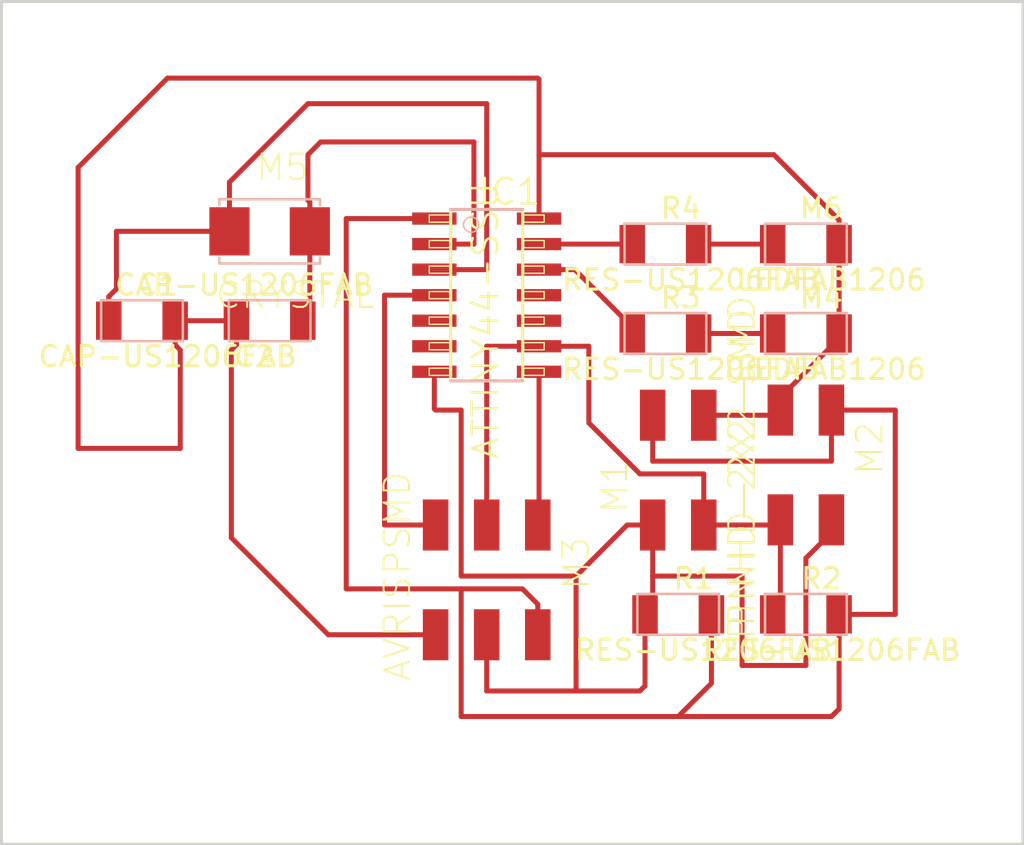
<source format=kicad_pcb>
(kicad_pcb (version 20171130) (host pcbnew "(5.0.1-3-g963ef8bb5)")

  (general
    (thickness 1.6)
    (drawings 4)
    (tracks 107)
    (zones 0)
    (modules 13)
    (nets 17)
  )

  (page A4)
  (layers
    (0 F.Cu signal)
    (31 B.Cu signal)
    (32 B.Adhes user)
    (33 F.Adhes user)
    (34 B.Paste user)
    (35 F.Paste user)
    (36 B.SilkS user)
    (37 F.SilkS user)
    (38 B.Mask user)
    (39 F.Mask user)
    (40 Dwgs.User user)
    (41 Cmts.User user)
    (42 Eco1.User user)
    (43 Eco2.User user)
    (44 Edge.Cuts user)
    (45 Margin user)
    (46 B.CrtYd user)
    (47 F.CrtYd user)
    (48 B.Fab user)
    (49 F.Fab user)
  )

  (setup
    (last_trace_width 0.25)
    (trace_clearance 0.2)
    (zone_clearance 0.508)
    (zone_45_only no)
    (trace_min 0.2)
    (segment_width 0.2)
    (edge_width 0.15)
    (via_size 0.8)
    (via_drill 0.4)
    (via_min_size 0.4)
    (via_min_drill 0.3)
    (uvia_size 0.3)
    (uvia_drill 0.1)
    (uvias_allowed no)
    (uvia_min_size 0.2)
    (uvia_min_drill 0.1)
    (pcb_text_width 0.3)
    (pcb_text_size 1.5 1.5)
    (mod_edge_width 0.15)
    (mod_text_size 1 1)
    (mod_text_width 0.15)
    (pad_size 1.524 1.524)
    (pad_drill 0.762)
    (pad_to_mask_clearance 0.051)
    (solder_mask_min_width 0.25)
    (aux_axis_origin 0 0)
    (visible_elements FFFFFF7F)
    (pcbplotparams
      (layerselection 0x010fc_ffffffff)
      (usegerberextensions false)
      (usegerberattributes false)
      (usegerberadvancedattributes false)
      (creategerberjobfile false)
      (excludeedgelayer true)
      (linewidth 0.100000)
      (plotframeref false)
      (viasonmask false)
      (mode 1)
      (useauxorigin false)
      (hpglpennumber 1)
      (hpglpenspeed 20)
      (hpglpendiameter 15.000000)
      (psnegative false)
      (psa4output false)
      (plotreference true)
      (plotvalue true)
      (plotinvisibletext false)
      (padsonsilk false)
      (subtractmaskfromsilk false)
      (outputformat 1)
      (mirror false)
      (drillshape 1)
      (scaleselection 1)
      (outputdirectory ""))
  )

  (net 0 "")
  (net 1 "Net-(C1-Pad1)")
  (net 2 GND)
  (net 3 "Net-(C2-Pad1)")
  (net 4 VCC)
  (net 5 RESET)
  (net 6 "Net-(IC1-Pad5)")
  (net 7 "Net-(IC1-Pad6)")
  (net 8 MOSI)
  (net 9 MISO)
  (net 10 SCK)
  (net 11 "Net-(IC1-Pad10)")
  (net 12 "Net-(IC1-Pad11)")
  (net 13 "Net-(IC1-Pad12)")
  (net 14 "Net-(IC1-Pad13)")
  (net 15 "Net-(M4-Pad1)")
  (net 16 "Net-(M6-Pad1)")

  (net_class Default "This is the default net class."
    (clearance 0.2)
    (trace_width 0.25)
    (via_dia 0.8)
    (via_drill 0.4)
    (uvia_dia 0.3)
    (uvia_drill 0.1)
    (add_net GND)
    (add_net MISO)
    (add_net MOSI)
    (add_net "Net-(C1-Pad1)")
    (add_net "Net-(C2-Pad1)")
    (add_net "Net-(IC1-Pad10)")
    (add_net "Net-(IC1-Pad11)")
    (add_net "Net-(IC1-Pad12)")
    (add_net "Net-(IC1-Pad13)")
    (add_net "Net-(IC1-Pad5)")
    (add_net "Net-(IC1-Pad6)")
    (add_net "Net-(M4-Pad1)")
    (add_net "Net-(M6-Pad1)")
    (add_net RESET)
    (add_net SCK)
    (add_net VCC)
  )

  (module fab:fab-C1206FAB (layer F.Cu) (tedit 200000) (tstamp 5CDE9317)
    (at 127.635 98.425)
    (path /5CC6AABE)
    (attr smd)
    (fp_text reference C1 (at 0.762 -1.778) (layer F.SilkS)
      (effects (font (size 1.016 1.016) (thickness 0.1524)))
    )
    (fp_text value CAP-US1206FAB (at 1.27 1.778) (layer F.SilkS)
      (effects (font (size 1.016 1.016) (thickness 0.1524)))
    )
    (fp_line (start -2.032 -1.016) (end 2.032 -1.016) (layer B.SilkS) (width 0.127))
    (fp_line (start 2.032 -1.016) (end 2.032 1.016) (layer B.SilkS) (width 0.127))
    (fp_line (start 2.032 1.016) (end -2.032 1.016) (layer B.SilkS) (width 0.127))
    (fp_line (start -2.032 1.016) (end -2.032 -1.016) (layer B.SilkS) (width 0.127))
    (pad 1 smd rect (at -1.651 0) (size 1.27 1.905) (layers F.Cu F.Paste F.Mask)
      (net 1 "Net-(C1-Pad1)"))
    (pad 2 smd rect (at 1.651 0) (size 1.27 1.905) (layers F.Cu F.Paste F.Mask)
      (net 2 GND))
  )

  (module fab:fab-C1206FAB (layer F.Cu) (tedit 200000) (tstamp 5CDE9321)
    (at 133.985 98.425 180)
    (path /5CC6AB30)
    (attr smd)
    (fp_text reference C2 (at 0.762 -1.778 180) (layer F.SilkS)
      (effects (font (size 1.016 1.016) (thickness 0.1524)))
    )
    (fp_text value CAP-US1206FAB (at 1.27 1.778 180) (layer F.SilkS)
      (effects (font (size 1.016 1.016) (thickness 0.1524)))
    )
    (fp_line (start -2.032 1.016) (end -2.032 -1.016) (layer B.SilkS) (width 0.127))
    (fp_line (start 2.032 1.016) (end -2.032 1.016) (layer B.SilkS) (width 0.127))
    (fp_line (start 2.032 -1.016) (end 2.032 1.016) (layer B.SilkS) (width 0.127))
    (fp_line (start -2.032 -1.016) (end 2.032 -1.016) (layer B.SilkS) (width 0.127))
    (pad 2 smd rect (at 1.651 0 180) (size 1.27 1.905) (layers F.Cu F.Paste F.Mask)
      (net 2 GND))
    (pad 1 smd rect (at -1.651 0 180) (size 1.27 1.905) (layers F.Cu F.Paste F.Mask)
      (net 3 "Net-(C2-Pad1)"))
  )

  (module fab:fab-SOIC14 (layer F.Cu) (tedit 200000) (tstamp 5CDE9370)
    (at 144.78 97.155 270)
    (descr "SMALL OUTLINE PACKAGE")
    (tags "SMALL OUTLINE PACKAGE")
    (path /5CC56FD1)
    (attr smd)
    (fp_text reference IC1 (at -5.1435 -1.143) (layer F.SilkS)
      (effects (font (size 1.27 1.27) (thickness 0.127)))
    )
    (fp_text value ATTINY44-SSU (at 1.27 0.0635 270) (layer F.SilkS)
      (effects (font (size 1.27 1.27) (thickness 0.127)))
    )
    (fp_line (start -3.9878 -1.8415) (end -3.62966 -1.8415) (layer F.SilkS) (width 0.06604))
    (fp_line (start -3.62966 -1.8415) (end -3.62966 -2.8575) (layer F.SilkS) (width 0.06604))
    (fp_line (start -3.9878 -2.8575) (end -3.62966 -2.8575) (layer F.SilkS) (width 0.06604))
    (fp_line (start -3.9878 -1.8415) (end -3.9878 -2.8575) (layer F.SilkS) (width 0.06604))
    (fp_line (start -2.7178 -1.8415) (end -2.3622 -1.8415) (layer F.SilkS) (width 0.06604))
    (fp_line (start -2.3622 -1.8415) (end -2.3622 -2.8575) (layer F.SilkS) (width 0.06604))
    (fp_line (start -2.7178 -2.8575) (end -2.3622 -2.8575) (layer F.SilkS) (width 0.06604))
    (fp_line (start -2.7178 -1.8415) (end -2.7178 -2.8575) (layer F.SilkS) (width 0.06604))
    (fp_line (start -1.4478 -1.8415) (end -1.08966 -1.8415) (layer F.SilkS) (width 0.06604))
    (fp_line (start -1.08966 -1.8415) (end -1.08966 -2.8575) (layer F.SilkS) (width 0.06604))
    (fp_line (start -1.4478 -2.8575) (end -1.08966 -2.8575) (layer F.SilkS) (width 0.06604))
    (fp_line (start -1.4478 -1.8415) (end -1.4478 -2.8575) (layer F.SilkS) (width 0.06604))
    (fp_line (start -0.1778 -1.8415) (end 0.1778 -1.8415) (layer F.SilkS) (width 0.06604))
    (fp_line (start 0.1778 -1.8415) (end 0.1778 -2.8575) (layer F.SilkS) (width 0.06604))
    (fp_line (start -0.1778 -2.8575) (end 0.1778 -2.8575) (layer F.SilkS) (width 0.06604))
    (fp_line (start -0.1778 -1.8415) (end -0.1778 -2.8575) (layer F.SilkS) (width 0.06604))
    (fp_line (start 1.08966 -1.8415) (end 1.4478 -1.8415) (layer F.SilkS) (width 0.06604))
    (fp_line (start 1.4478 -1.8415) (end 1.4478 -2.8575) (layer F.SilkS) (width 0.06604))
    (fp_line (start 1.08966 -2.8575) (end 1.4478 -2.8575) (layer F.SilkS) (width 0.06604))
    (fp_line (start 1.08966 -1.8415) (end 1.08966 -2.8575) (layer F.SilkS) (width 0.06604))
    (fp_line (start 2.3622 -1.8415) (end 2.7178 -1.8415) (layer F.SilkS) (width 0.06604))
    (fp_line (start 2.7178 -1.8415) (end 2.7178 -2.8575) (layer F.SilkS) (width 0.06604))
    (fp_line (start 2.3622 -2.8575) (end 2.7178 -2.8575) (layer F.SilkS) (width 0.06604))
    (fp_line (start 2.3622 -1.8415) (end 2.3622 -2.8575) (layer F.SilkS) (width 0.06604))
    (fp_line (start 3.62966 -1.8415) (end 3.9878 -1.8415) (layer F.SilkS) (width 0.06604))
    (fp_line (start 3.9878 -1.8415) (end 3.9878 -2.8575) (layer F.SilkS) (width 0.06604))
    (fp_line (start 3.62966 -2.8575) (end 3.9878 -2.8575) (layer F.SilkS) (width 0.06604))
    (fp_line (start 3.62966 -1.8415) (end 3.62966 -2.8575) (layer F.SilkS) (width 0.06604))
    (fp_line (start 3.62966 2.8575) (end 3.9878 2.8575) (layer F.SilkS) (width 0.06604))
    (fp_line (start 3.9878 2.8575) (end 3.9878 1.8415) (layer F.SilkS) (width 0.06604))
    (fp_line (start 3.62966 1.8415) (end 3.9878 1.8415) (layer F.SilkS) (width 0.06604))
    (fp_line (start 3.62966 2.8575) (end 3.62966 1.8415) (layer F.SilkS) (width 0.06604))
    (fp_line (start 2.3622 2.8575) (end 2.7178 2.8575) (layer F.SilkS) (width 0.06604))
    (fp_line (start 2.7178 2.8575) (end 2.7178 1.8415) (layer F.SilkS) (width 0.06604))
    (fp_line (start 2.3622 1.8415) (end 2.7178 1.8415) (layer F.SilkS) (width 0.06604))
    (fp_line (start 2.3622 2.8575) (end 2.3622 1.8415) (layer F.SilkS) (width 0.06604))
    (fp_line (start 1.08966 2.8575) (end 1.4478 2.8575) (layer F.SilkS) (width 0.06604))
    (fp_line (start 1.4478 2.8575) (end 1.4478 1.8415) (layer F.SilkS) (width 0.06604))
    (fp_line (start 1.08966 1.8415) (end 1.4478 1.8415) (layer F.SilkS) (width 0.06604))
    (fp_line (start 1.08966 2.8575) (end 1.08966 1.8415) (layer F.SilkS) (width 0.06604))
    (fp_line (start -0.1778 2.8575) (end 0.1778 2.8575) (layer F.SilkS) (width 0.06604))
    (fp_line (start 0.1778 2.8575) (end 0.1778 1.8415) (layer F.SilkS) (width 0.06604))
    (fp_line (start -0.1778 1.8415) (end 0.1778 1.8415) (layer F.SilkS) (width 0.06604))
    (fp_line (start -0.1778 2.8575) (end -0.1778 1.8415) (layer F.SilkS) (width 0.06604))
    (fp_line (start -1.4478 2.8575) (end -1.08966 2.8575) (layer F.SilkS) (width 0.06604))
    (fp_line (start -1.08966 2.8575) (end -1.08966 1.8415) (layer F.SilkS) (width 0.06604))
    (fp_line (start -1.4478 1.8415) (end -1.08966 1.8415) (layer F.SilkS) (width 0.06604))
    (fp_line (start -1.4478 2.8575) (end -1.4478 1.8415) (layer F.SilkS) (width 0.06604))
    (fp_line (start -2.7178 2.8575) (end -2.3622 2.8575) (layer F.SilkS) (width 0.06604))
    (fp_line (start -2.3622 2.8575) (end -2.3622 1.8415) (layer F.SilkS) (width 0.06604))
    (fp_line (start -2.7178 1.8415) (end -2.3622 1.8415) (layer F.SilkS) (width 0.06604))
    (fp_line (start -2.7178 2.8575) (end -2.7178 1.8415) (layer F.SilkS) (width 0.06604))
    (fp_line (start -3.9878 2.8575) (end -3.62966 2.8575) (layer F.SilkS) (width 0.06604))
    (fp_line (start -3.62966 2.8575) (end -3.62966 1.8415) (layer F.SilkS) (width 0.06604))
    (fp_line (start -3.9878 1.8415) (end -3.62966 1.8415) (layer F.SilkS) (width 0.06604))
    (fp_line (start -3.9878 2.8575) (end -3.9878 1.8415) (layer F.SilkS) (width 0.06604))
    (fp_line (start -4.26466 1.7907) (end 4.26466 1.7907) (layer F.SilkS) (width 0.1524))
    (fp_line (start 4.26466 1.7907) (end 4.26466 -1.7907) (layer B.SilkS) (width 0.1524))
    (fp_line (start 4.26466 -1.7907) (end -4.26466 -1.7907) (layer F.SilkS) (width 0.1524))
    (fp_line (start -4.26466 -1.7907) (end -4.26466 1.7907) (layer B.SilkS) (width 0.1524))
    (fp_circle (center -3.5052 0.7747) (end -3.7719 1.0414) (layer B.SilkS) (width 0.0762))
    (pad 1 smd rect (at -3.81 2.6035 270) (size 0.6096 2.20726) (layers F.Cu F.Paste F.Mask)
      (net 4 VCC))
    (pad 2 smd rect (at -2.54 2.6035 270) (size 0.6096 2.20726) (layers F.Cu F.Paste F.Mask)
      (net 3 "Net-(C2-Pad1)"))
    (pad 3 smd rect (at -1.27 2.6035 270) (size 0.6096 2.20726) (layers F.Cu F.Paste F.Mask)
      (net 1 "Net-(C1-Pad1)"))
    (pad 4 smd rect (at 0 2.6035 270) (size 0.6096 2.20726) (layers F.Cu F.Paste F.Mask)
      (net 5 RESET))
    (pad 5 smd rect (at 1.27 2.6035 270) (size 0.6096 2.20726) (layers F.Cu F.Paste F.Mask)
      (net 6 "Net-(IC1-Pad5)"))
    (pad 6 smd rect (at 2.54 2.6035 270) (size 0.6096 2.20726) (layers F.Cu F.Paste F.Mask)
      (net 7 "Net-(IC1-Pad6)"))
    (pad 7 smd rect (at 3.81 2.6035 270) (size 0.6096 2.20726) (layers F.Cu F.Paste F.Mask)
      (net 8 MOSI))
    (pad 8 smd rect (at 3.81 -2.6035 270) (size 0.6096 2.20726) (layers F.Cu F.Paste F.Mask)
      (net 9 MISO))
    (pad 9 smd rect (at 2.54 -2.6035 270) (size 0.6096 2.20726) (layers F.Cu F.Paste F.Mask)
      (net 10 SCK))
    (pad 10 smd rect (at 1.27 -2.6035 270) (size 0.6096 2.20726) (layers F.Cu F.Paste F.Mask)
      (net 11 "Net-(IC1-Pad10)"))
    (pad 11 smd rect (at 0 -2.6035 270) (size 0.6096 2.20726) (layers F.Cu F.Paste F.Mask)
      (net 12 "Net-(IC1-Pad11)"))
    (pad 12 smd rect (at -1.27 -2.6035 270) (size 0.6096 2.20726) (layers F.Cu F.Paste F.Mask)
      (net 13 "Net-(IC1-Pad12)"))
    (pad 13 smd rect (at -2.54 -2.6035 270) (size 0.6096 2.20726) (layers F.Cu F.Paste F.Mask)
      (net 14 "Net-(IC1-Pad13)"))
    (pad 14 smd rect (at -3.81 -2.6035 270) (size 0.6096 2.20726) (layers F.Cu F.Paste F.Mask)
      (net 2 GND))
  )

  (module fab:fab-2X02SMD (layer F.Cu) (tedit 200000) (tstamp 5CDE9378)
    (at 154.305 106.045 90)
    (path /5CC576D4)
    (attr smd)
    (fp_text reference M1 (at -0.635 -3.175 90) (layer F.SilkS)
      (effects (font (size 1.27 1.27) (thickness 0.1016)))
    )
    (fp_text value PINHD-2X2-SMD (at 0 3.175 90) (layer F.SilkS)
      (effects (font (size 1.27 1.27) (thickness 0.1016)))
    )
    (pad 4 smd rect (at 2.91846 1.27 90) (size 2.54 1.27) (layers F.Cu F.Paste F.Mask)
      (net 2 GND))
    (pad 3 smd rect (at -2.54 1.27 90) (size 2.54 1.27) (layers F.Cu F.Paste F.Mask)
      (net 10 SCK))
    (pad 2 smd rect (at 2.91846 -1.27 90) (size 2.54 1.27) (layers F.Cu F.Paste F.Mask)
      (net 4 VCC))
    (pad 1 smd rect (at -2.54 -1.27 90) (size 2.54 1.27) (layers F.Cu F.Paste F.Mask)
      (net 8 MOSI))
  )

  (module fab:fab-2X02SMD (layer F.Cu) (tedit 200000) (tstamp 5CDE9380)
    (at 160.655 105.41 270)
    (path /5CC57680)
    (attr smd)
    (fp_text reference M2 (at -0.635 -3.175 270) (layer F.SilkS)
      (effects (font (size 1.27 1.27) (thickness 0.1016)))
    )
    (fp_text value PINHD-2X2-SMD (at 0 3.175 270) (layer F.SilkS)
      (effects (font (size 1.27 1.27) (thickness 0.1016)))
    )
    (pad 1 smd rect (at -2.54 -1.27 270) (size 2.54 1.27) (layers F.Cu F.Paste F.Mask)
      (net 4 VCC))
    (pad 2 smd rect (at 2.91846 -1.27 270) (size 2.54 1.27) (layers F.Cu F.Paste F.Mask)
      (net 8 MOSI))
    (pad 3 smd rect (at -2.54 1.27 270) (size 2.54 1.27) (layers F.Cu F.Paste F.Mask)
      (net 2 GND))
    (pad 4 smd rect (at 2.91846 1.27 270) (size 2.54 1.27) (layers F.Cu F.Paste F.Mask)
      (net 10 SCK))
  )

  (module fab:fab-2X03SMD (layer F.Cu) (tedit 200000) (tstamp 5CDE938A)
    (at 144.78 111.125 270)
    (path /5CC570A7)
    (attr smd)
    (fp_text reference M3 (at -0.635 -4.445 270) (layer F.SilkS)
      (effects (font (size 1.27 1.27) (thickness 0.1016)))
    )
    (fp_text value AVRISPSMD (at 0 4.445 270) (layer F.SilkS)
      (effects (font (size 1.27 1.27) (thickness 0.1016)))
    )
    (pad 1 smd rect (at -2.54 -2.54 270) (size 2.54 1.27) (layers F.Cu F.Paste F.Mask)
      (net 9 MISO))
    (pad 2 smd rect (at 2.91846 -2.54 270) (size 2.54 1.27) (layers F.Cu F.Paste F.Mask)
      (net 4 VCC))
    (pad 3 smd rect (at -2.54 0 270) (size 2.54 1.27) (layers F.Cu F.Paste F.Mask)
      (net 10 SCK))
    (pad 4 smd rect (at 2.91846 0 270) (size 2.54 1.27) (layers F.Cu F.Paste F.Mask)
      (net 8 MOSI))
    (pad 5 smd rect (at -2.54 2.54 270) (size 2.54 1.27) (layers F.Cu F.Paste F.Mask)
      (net 5 RESET))
    (pad 6 smd rect (at 2.91846 2.54 270) (size 2.54 1.27) (layers F.Cu F.Paste F.Mask)
      (net 2 GND))
  )

  (module fab:fab-LED1206FAB (layer F.Cu) (tedit 200000) (tstamp 5CDE9394)
    (at 160.655 99.06)
    (descr "LED1206 FAB STYLE (SMALLER PADS TO ALLOW TRACE BETWEEN)")
    (tags "LED1206 FAB STYLE (SMALLER PADS TO ALLOW TRACE BETWEEN)")
    (path /5CC86C77)
    (attr smd)
    (fp_text reference M4 (at 0.762 -1.778) (layer F.SilkS)
      (effects (font (size 1.016 1.016) (thickness 0.1524)))
    )
    (fp_text value LEDFAB1206 (at 1.27 1.778) (layer F.SilkS)
      (effects (font (size 1.016 1.016) (thickness 0.1524)))
    )
    (fp_line (start -2.032 -1.016) (end 2.032 -1.016) (layer B.SilkS) (width 0.127))
    (fp_line (start 2.032 -1.016) (end 2.032 1.016) (layer B.SilkS) (width 0.127))
    (fp_line (start 2.032 1.016) (end -2.032 1.016) (layer B.SilkS) (width 0.127))
    (fp_line (start -2.032 1.016) (end -2.032 -1.016) (layer B.SilkS) (width 0.127))
    (pad 1 smd rect (at -1.651 0) (size 1.27 1.905) (layers F.Cu F.Paste F.Mask)
      (net 15 "Net-(M4-Pad1)"))
    (pad 2 smd rect (at 1.651 0) (size 1.27 1.905) (layers F.Cu F.Paste F.Mask)
      (net 2 GND))
  )

  (module fab:fab-2-SMD-5X3MM (layer F.Cu) (tedit 200000) (tstamp 5CDE93A0)
    (at 133.985 93.98)
    (path /5CC69D05)
    (attr smd)
    (fp_text reference M5 (at 0.635 -3.175) (layer F.SilkS)
      (effects (font (size 1.27 1.27) (thickness 0.1016)))
    )
    (fp_text value CRYSTAL (at 1.27 3.175) (layer F.SilkS)
      (effects (font (size 1.27 1.27) (thickness 0.1016)))
    )
    (fp_line (start -2.49936 -1.29794) (end -2.49936 -1.59766) (layer B.SilkS) (width 0.127))
    (fp_line (start -2.49936 -1.59766) (end 2.49936 -1.59766) (layer B.SilkS) (width 0.127))
    (fp_line (start 2.49936 -1.59766) (end 2.49936 -1.29794) (layer B.SilkS) (width 0.127))
    (fp_line (start 2.49936 1.29794) (end 2.49936 1.59766) (layer B.SilkS) (width 0.127))
    (fp_line (start 2.49936 1.59766) (end -2.49936 1.59766) (layer B.SilkS) (width 0.127))
    (fp_line (start -2.49936 1.59766) (end -2.49936 1.29794) (layer B.SilkS) (width 0.127))
    (pad P$1 smd rect (at -1.99898 0) (size 1.99898 2.39776) (layers F.Cu F.Paste F.Mask)
      (net 1 "Net-(C1-Pad1)"))
    (pad P$2 smd rect (at 1.99898 0) (size 1.99898 2.39776) (layers F.Cu F.Paste F.Mask)
      (net 3 "Net-(C2-Pad1)"))
  )

  (module fab:fab-LED1206FAB (layer F.Cu) (tedit 200000) (tstamp 5CDE93AA)
    (at 160.655 94.615)
    (descr "LED1206 FAB STYLE (SMALLER PADS TO ALLOW TRACE BETWEEN)")
    (tags "LED1206 FAB STYLE (SMALLER PADS TO ALLOW TRACE BETWEEN)")
    (path /5CC86D2E)
    (attr smd)
    (fp_text reference M6 (at 0.762 -1.778) (layer F.SilkS)
      (effects (font (size 1.016 1.016) (thickness 0.1524)))
    )
    (fp_text value LEDFAB1206 (at 1.27 1.778) (layer F.SilkS)
      (effects (font (size 1.016 1.016) (thickness 0.1524)))
    )
    (fp_line (start -2.032 1.016) (end -2.032 -1.016) (layer B.SilkS) (width 0.127))
    (fp_line (start 2.032 1.016) (end -2.032 1.016) (layer B.SilkS) (width 0.127))
    (fp_line (start 2.032 -1.016) (end 2.032 1.016) (layer B.SilkS) (width 0.127))
    (fp_line (start -2.032 -1.016) (end 2.032 -1.016) (layer B.SilkS) (width 0.127))
    (pad 2 smd rect (at 1.651 0) (size 1.27 1.905) (layers F.Cu F.Paste F.Mask)
      (net 2 GND))
    (pad 1 smd rect (at -1.651 0) (size 1.27 1.905) (layers F.Cu F.Paste F.Mask)
      (net 16 "Net-(M6-Pad1)"))
  )

  (module fab:fab-R1206FAB (layer F.Cu) (tedit 200000) (tstamp 5CDE93B4)
    (at 154.305 113.03)
    (path /5CC5F096)
    (attr smd)
    (fp_text reference R1 (at 0.762 -1.778) (layer F.SilkS)
      (effects (font (size 1.016 1.016) (thickness 0.1524)))
    )
    (fp_text value RES-US1206FAB (at 1.27 1.778) (layer F.SilkS)
      (effects (font (size 1.016 1.016) (thickness 0.1524)))
    )
    (fp_line (start -2.032 -1.016) (end 2.032 -1.016) (layer B.SilkS) (width 0.127))
    (fp_line (start 2.032 -1.016) (end 2.032 1.016) (layer B.SilkS) (width 0.127))
    (fp_line (start 2.032 1.016) (end -2.032 1.016) (layer B.SilkS) (width 0.127))
    (fp_line (start -2.032 1.016) (end -2.032 -1.016) (layer B.SilkS) (width 0.127))
    (pad 1 smd rect (at -1.651 0) (size 1.27 1.905) (layers F.Cu F.Paste F.Mask)
      (net 8 MOSI))
    (pad 2 smd rect (at 1.651 0) (size 1.27 1.905) (layers F.Cu F.Paste F.Mask)
      (net 4 VCC))
  )

  (module fab:fab-R1206FAB (layer F.Cu) (tedit 200000) (tstamp 5CDE93BE)
    (at 160.655 113.03)
    (path /5CC5F0F5)
    (attr smd)
    (fp_text reference R2 (at 0.762 -1.778) (layer F.SilkS)
      (effects (font (size 1.016 1.016) (thickness 0.1524)))
    )
    (fp_text value RES-US1206FAB (at 1.27 1.778) (layer F.SilkS)
      (effects (font (size 1.016 1.016) (thickness 0.1524)))
    )
    (fp_line (start -2.032 1.016) (end -2.032 -1.016) (layer B.SilkS) (width 0.127))
    (fp_line (start 2.032 1.016) (end -2.032 1.016) (layer B.SilkS) (width 0.127))
    (fp_line (start 2.032 -1.016) (end 2.032 1.016) (layer B.SilkS) (width 0.127))
    (fp_line (start -2.032 -1.016) (end 2.032 -1.016) (layer B.SilkS) (width 0.127))
    (pad 2 smd rect (at 1.651 0) (size 1.27 1.905) (layers F.Cu F.Paste F.Mask)
      (net 4 VCC))
    (pad 1 smd rect (at -1.651 0) (size 1.27 1.905) (layers F.Cu F.Paste F.Mask)
      (net 10 SCK))
  )

  (module fab:fab-R1206FAB (layer F.Cu) (tedit 200000) (tstamp 5CDE93C8)
    (at 153.67 99.06)
    (path /5CC8027B)
    (attr smd)
    (fp_text reference R3 (at 0.762 -1.778) (layer F.SilkS)
      (effects (font (size 1.016 1.016) (thickness 0.1524)))
    )
    (fp_text value RES-US1206FAB (at 1.27 1.778) (layer F.SilkS)
      (effects (font (size 1.016 1.016) (thickness 0.1524)))
    )
    (fp_line (start -2.032 -1.016) (end 2.032 -1.016) (layer B.SilkS) (width 0.127))
    (fp_line (start 2.032 -1.016) (end 2.032 1.016) (layer B.SilkS) (width 0.127))
    (fp_line (start 2.032 1.016) (end -2.032 1.016) (layer B.SilkS) (width 0.127))
    (fp_line (start -2.032 1.016) (end -2.032 -1.016) (layer B.SilkS) (width 0.127))
    (pad 1 smd rect (at -1.651 0) (size 1.27 1.905) (layers F.Cu F.Paste F.Mask)
      (net 13 "Net-(IC1-Pad12)"))
    (pad 2 smd rect (at 1.651 0) (size 1.27 1.905) (layers F.Cu F.Paste F.Mask)
      (net 15 "Net-(M4-Pad1)"))
  )

  (module fab:fab-R1206FAB (layer F.Cu) (tedit 200000) (tstamp 5CDE93D2)
    (at 153.67 94.615)
    (path /5CC802EB)
    (attr smd)
    (fp_text reference R4 (at 0.762 -1.778) (layer F.SilkS)
      (effects (font (size 1.016 1.016) (thickness 0.1524)))
    )
    (fp_text value RES-US1206FAB (at 1.27 1.778) (layer F.SilkS)
      (effects (font (size 1.016 1.016) (thickness 0.1524)))
    )
    (fp_line (start -2.032 1.016) (end -2.032 -1.016) (layer B.SilkS) (width 0.127))
    (fp_line (start 2.032 1.016) (end -2.032 1.016) (layer B.SilkS) (width 0.127))
    (fp_line (start 2.032 -1.016) (end 2.032 1.016) (layer B.SilkS) (width 0.127))
    (fp_line (start -2.032 -1.016) (end 2.032 -1.016) (layer B.SilkS) (width 0.127))
    (pad 2 smd rect (at 1.651 0) (size 1.27 1.905) (layers F.Cu F.Paste F.Mask)
      (net 16 "Net-(M6-Pad1)"))
    (pad 1 smd rect (at -1.651 0) (size 1.27 1.905) (layers F.Cu F.Paste F.Mask)
      (net 14 "Net-(IC1-Pad13)"))
  )

  (gr_line (start 120.65 124.46) (end 120.65 82.55) (layer Edge.Cuts) (width 0.15))
  (gr_line (start 171.45 124.46) (end 120.65 124.46) (layer Edge.Cuts) (width 0.15))
  (gr_line (start 171.45 82.55) (end 171.45 124.46) (layer Edge.Cuts) (width 0.15))
  (gr_line (start 120.65 82.55) (end 171.45 82.55) (layer Edge.Cuts) (width 0.15))

  (segment (start 131.98602 93.98) (end 131.98602 91.53398) (width 0.25) (layer F.Cu) (net 1))
  (segment (start 131.98602 91.53398) (end 135.89 87.63) (width 0.25) (layer F.Cu) (net 1))
  (segment (start 135.89 87.63) (end 144.78 87.63) (width 0.25) (layer F.Cu) (net 1))
  (segment (start 144.78 87.63) (end 144.78 95.885) (width 0.25) (layer F.Cu) (net 1))
  (segment (start 144.78 95.885) (end 142.1765 95.885) (width 0.25) (layer F.Cu) (net 1))
  (segment (start 125.984 97.2225) (end 126.365 96.8415) (width 0.25) (layer F.Cu) (net 1))
  (segment (start 125.984 98.425) (end 125.984 97.2225) (width 0.25) (layer F.Cu) (net 1))
  (segment (start 126.365 96.8415) (end 126.365 93.98) (width 0.25) (layer F.Cu) (net 1))
  (segment (start 126.365 93.98) (end 131.98602 93.98) (width 0.25) (layer F.Cu) (net 1))
  (segment (start 129.286 98.425) (end 132.334 98.425) (width 0.25) (layer F.Cu) (net 2))
  (segment (start 136.90346 114.04346) (end 142.24 114.04346) (width 0.25) (layer F.Cu) (net 2))
  (segment (start 132.08 109.22) (end 136.90346 114.04346) (width 0.25) (layer F.Cu) (net 2))
  (segment (start 132.334 99.6275) (end 132.08 99.8815) (width 0.25) (layer F.Cu) (net 2))
  (segment (start 132.334 98.425) (end 132.334 99.6275) (width 0.25) (layer F.Cu) (net 2))
  (segment (start 132.08 99.8815) (end 132.08 109.22) (width 0.25) (layer F.Cu) (net 2))
  (segment (start 147.32 86.36) (end 147.3835 86.4235) (width 0.25) (layer F.Cu) (net 2))
  (segment (start 124.46 90.805) (end 128.905 86.36) (width 0.25) (layer F.Cu) (net 2))
  (segment (start 128.905 86.36) (end 147.32 86.36) (width 0.25) (layer F.Cu) (net 2))
  (segment (start 129.54 104.775) (end 124.46 104.775) (width 0.25) (layer F.Cu) (net 2))
  (segment (start 129.54 99.8815) (end 129.54 104.775) (width 0.25) (layer F.Cu) (net 2))
  (segment (start 129.286 99.6275) (end 129.54 99.8815) (width 0.25) (layer F.Cu) (net 2))
  (segment (start 124.46 104.775) (end 124.46 90.805) (width 0.25) (layer F.Cu) (net 2))
  (segment (start 129.286 98.425) (end 129.286 99.6275) (width 0.25) (layer F.Cu) (net 2))
  (segment (start 162.306 99.314) (end 162.306 99.06) (width 0.25) (layer F.Cu) (net 2))
  (segment (start 159.385 102.235) (end 162.306 99.314) (width 0.25) (layer F.Cu) (net 2))
  (segment (start 159.385 102.87) (end 159.385 102.235) (width 0.25) (layer F.Cu) (net 2))
  (segment (start 162.306 97.8575) (end 162.306 94.615) (width 0.25) (layer F.Cu) (net 2))
  (segment (start 162.306 99.06) (end 162.306 97.8575) (width 0.25) (layer F.Cu) (net 2))
  (segment (start 162.306 93.4125) (end 159.0635 90.17) (width 0.25) (layer F.Cu) (net 2))
  (segment (start 147.3835 90.17) (end 147.3835 93.345) (width 0.25) (layer F.Cu) (net 2))
  (segment (start 159.0635 90.17) (end 147.3835 90.17) (width 0.25) (layer F.Cu) (net 2))
  (segment (start 162.306 94.615) (end 162.306 93.4125) (width 0.25) (layer F.Cu) (net 2))
  (segment (start 147.3835 86.4235) (end 147.3835 90.17) (width 0.25) (layer F.Cu) (net 2))
  (segment (start 159.12846 103.12654) (end 159.385 102.87) (width 0.25) (layer F.Cu) (net 2))
  (segment (start 155.575 103.12654) (end 159.12846 103.12654) (width 0.25) (layer F.Cu) (net 2))
  (segment (start 135.98398 92.53112) (end 135.89 92.43714) (width 0.25) (layer F.Cu) (net 3))
  (segment (start 135.98398 93.98) (end 135.98398 92.53112) (width 0.25) (layer F.Cu) (net 3))
  (segment (start 135.89 92.43714) (end 135.89 90.17) (width 0.25) (layer F.Cu) (net 3))
  (segment (start 135.89 90.17) (end 136.525 89.535) (width 0.25) (layer F.Cu) (net 3))
  (segment (start 136.525 89.535) (end 144.145 89.535) (width 0.25) (layer F.Cu) (net 3))
  (segment (start 144.145 89.535) (end 144.145 94.615) (width 0.25) (layer F.Cu) (net 3))
  (segment (start 144.145 94.615) (end 142.1765 94.615) (width 0.25) (layer F.Cu) (net 3))
  (segment (start 135.98398 98.07702) (end 135.636 98.425) (width 0.25) (layer F.Cu) (net 3))
  (segment (start 135.98398 93.98) (end 135.98398 98.07702) (width 0.25) (layer F.Cu) (net 3))
  (segment (start 147.32 114.04346) (end 147.32 112.52346) (width 0.25) (layer F.Cu) (net 4))
  (segment (start 147.32 112.52346) (end 146.55654 111.76) (width 0.25) (layer F.Cu) (net 4))
  (segment (start 137.795 111.76) (end 137.795 93.345) (width 0.25) (layer F.Cu) (net 4))
  (segment (start 137.795 93.345) (end 142.1765 93.345) (width 0.25) (layer F.Cu) (net 4))
  (segment (start 143.51 111.76) (end 143.51 118.11) (width 0.25) (layer F.Cu) (net 4))
  (segment (start 146.55654 111.76) (end 143.51 111.76) (width 0.25) (layer F.Cu) (net 4))
  (segment (start 143.51 111.76) (end 137.795 111.76) (width 0.25) (layer F.Cu) (net 4))
  (segment (start 143.51 118.11) (end 154.305 118.11) (width 0.25) (layer F.Cu) (net 4))
  (segment (start 155.956 116.459) (end 155.956 113.03) (width 0.25) (layer F.Cu) (net 4))
  (segment (start 154.305 118.11) (end 155.956 116.459) (width 0.25) (layer F.Cu) (net 4))
  (segment (start 154.305 118.11) (end 161.925 118.11) (width 0.25) (layer F.Cu) (net 4))
  (segment (start 162.306 117.729) (end 162.306 113.03) (width 0.25) (layer F.Cu) (net 4))
  (segment (start 161.925 118.11) (end 162.306 117.729) (width 0.25) (layer F.Cu) (net 4))
  (segment (start 162.306 113.03) (end 165.1 113.03) (width 0.25) (layer F.Cu) (net 4))
  (segment (start 165.1 113.03) (end 165.1 102.87) (width 0.25) (layer F.Cu) (net 4))
  (segment (start 165.1 102.87) (end 161.925 102.87) (width 0.25) (layer F.Cu) (net 4))
  (segment (start 153.035 103.12654) (end 153.035 105.41) (width 0.25) (layer F.Cu) (net 4))
  (segment (start 153.035 105.41) (end 161.925 105.41) (width 0.25) (layer F.Cu) (net 4))
  (segment (start 161.925 105.41) (end 161.925 102.87) (width 0.25) (layer F.Cu) (net 4))
  (segment (start 139.7 97.155) (end 142.1765 97.155) (width 0.25) (layer F.Cu) (net 5))
  (segment (start 139.7 108.585) (end 139.7 97.155) (width 0.25) (layer F.Cu) (net 5))
  (segment (start 142.24 108.585) (end 139.7 108.585) (width 0.25) (layer F.Cu) (net 5))
  (segment (start 144.78 114.04346) (end 144.78 116.84) (width 0.25) (layer F.Cu) (net 8))
  (segment (start 144.78 116.84) (end 149.225 116.84) (width 0.25) (layer F.Cu) (net 8))
  (segment (start 149.225 116.84) (end 149.225 111.125) (width 0.25) (layer F.Cu) (net 8))
  (segment (start 149.225 111.125) (end 143.51 111.125) (width 0.25) (layer F.Cu) (net 8))
  (segment (start 143.51 111.125) (end 143.51 102.87) (width 0.25) (layer F.Cu) (net 8))
  (segment (start 143.51 102.87) (end 142.24 102.87) (width 0.25) (layer F.Cu) (net 8))
  (segment (start 142.1765 102.8065) (end 142.1765 100.965) (width 0.25) (layer F.Cu) (net 8))
  (segment (start 142.24 102.87) (end 142.1765 102.8065) (width 0.25) (layer F.Cu) (net 8))
  (segment (start 151.765 108.585) (end 153.035 108.585) (width 0.25) (layer F.Cu) (net 8))
  (segment (start 149.225 111.125) (end 151.765 108.585) (width 0.25) (layer F.Cu) (net 8))
  (segment (start 153.035 112.649) (end 152.654 113.03) (width 0.25) (layer F.Cu) (net 8))
  (segment (start 153.035 108.585) (end 153.035 111.125) (width 0.25) (layer F.Cu) (net 8))
  (segment (start 153.035 111.125) (end 153.035 112.649) (width 0.25) (layer F.Cu) (net 8))
  (segment (start 161.925 108.96346) (end 161.925 108.32846) (width 0.25) (layer F.Cu) (net 8))
  (segment (start 160.655 115.57) (end 160.655 110.23346) (width 0.25) (layer F.Cu) (net 8))
  (segment (start 160.655 110.23346) (end 161.925 108.96346) (width 0.25) (layer F.Cu) (net 8))
  (segment (start 157.48 115.57) (end 160.655 115.57) (width 0.25) (layer F.Cu) (net 8))
  (segment (start 157.48 111.125) (end 157.48 115.57) (width 0.25) (layer F.Cu) (net 8))
  (segment (start 153.035 111.125) (end 157.48 111.125) (width 0.25) (layer F.Cu) (net 8))
  (segment (start 149.225 116.84) (end 152.4 116.84) (width 0.25) (layer F.Cu) (net 8))
  (segment (start 152.654 116.586) (end 152.654 113.03) (width 0.25) (layer F.Cu) (net 8))
  (segment (start 152.4 116.84) (end 152.654 116.586) (width 0.25) (layer F.Cu) (net 8))
  (segment (start 147.3835 108.5215) (end 147.32 108.585) (width 0.25) (layer F.Cu) (net 9))
  (segment (start 147.3835 100.965) (end 147.3835 108.5215) (width 0.25) (layer F.Cu) (net 9))
  (segment (start 144.78 99.695) (end 147.3835 99.695) (width 0.25) (layer F.Cu) (net 10))
  (segment (start 144.78 108.585) (end 144.78 99.695) (width 0.25) (layer F.Cu) (net 10))
  (segment (start 152.4 106.045) (end 155.575 106.045) (width 0.25) (layer F.Cu) (net 10))
  (segment (start 149.86 103.505) (end 152.4 106.045) (width 0.25) (layer F.Cu) (net 10))
  (segment (start 155.575 106.045) (end 155.575 108.585) (width 0.25) (layer F.Cu) (net 10))
  (segment (start 149.86 99.695) (end 149.86 103.505) (width 0.25) (layer F.Cu) (net 10))
  (segment (start 147.3835 99.695) (end 149.86 99.695) (width 0.25) (layer F.Cu) (net 10))
  (segment (start 159.12846 108.585) (end 159.385 108.32846) (width 0.25) (layer F.Cu) (net 10))
  (segment (start 155.575 108.585) (end 159.12846 108.585) (width 0.25) (layer F.Cu) (net 10))
  (segment (start 159.385 112.649) (end 159.004 113.03) (width 0.25) (layer F.Cu) (net 10))
  (segment (start 159.385 108.32846) (end 159.385 112.649) (width 0.25) (layer F.Cu) (net 10))
  (segment (start 152.019 98.7425) (end 152.019 99.06) (width 0.25) (layer F.Cu) (net 13))
  (segment (start 149.1615 95.885) (end 152.019 98.7425) (width 0.25) (layer F.Cu) (net 13))
  (segment (start 147.3835 95.885) (end 149.1615 95.885) (width 0.25) (layer F.Cu) (net 13))
  (segment (start 147.3835 94.615) (end 152.019 94.615) (width 0.25) (layer F.Cu) (net 14))
  (segment (start 155.321 99.06) (end 159.004 99.06) (width 0.25) (layer F.Cu) (net 15))
  (segment (start 155.321 94.615) (end 159.004 94.615) (width 0.25) (layer F.Cu) (net 16))

)

</source>
